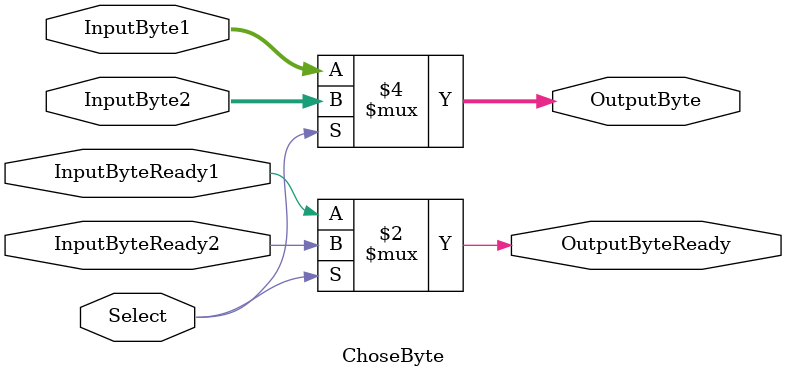
<source format=v>
`timescale 1ns / 1ps
module ChoseByte(
    input Select,
    output [7:0] OutputByte,
    input [7:0] InputByte1,
    input [7:0] InputByte2,
    output OutputByteReady,
    input InputByteReady1,
    input InputByteReady2
    );

    assign OutputByteReady = Select == 1'b0 ? InputByteReady1 : InputByteReady2;
    assign OutputByte = Select == 1'b0 ? InputByte1 : InputByte2;


endmodule

</source>
